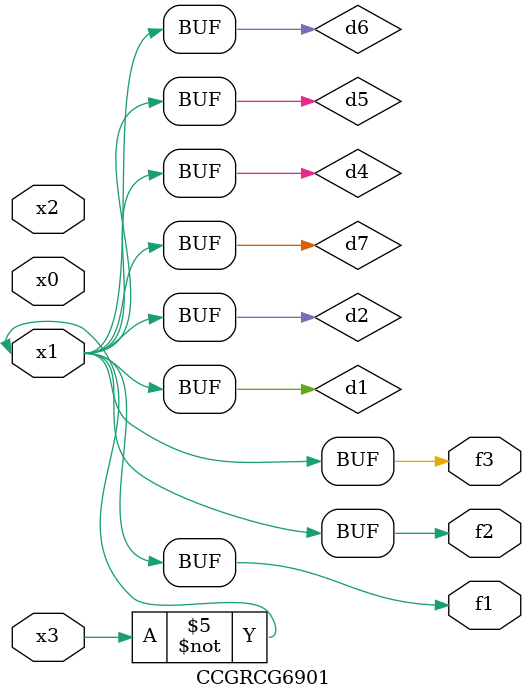
<source format=v>
module CCGRCG6901(
	input x0, x1, x2, x3,
	output f1, f2, f3
);

	wire d1, d2, d3, d4, d5, d6, d7;

	not (d1, x3);
	buf (d2, x1);
	xnor (d3, d1, d2);
	nor (d4, d1);
	buf (d5, d1, d2);
	buf (d6, d4, d5);
	nand (d7, d4);
	assign f1 = d6;
	assign f2 = d7;
	assign f3 = d6;
endmodule

</source>
